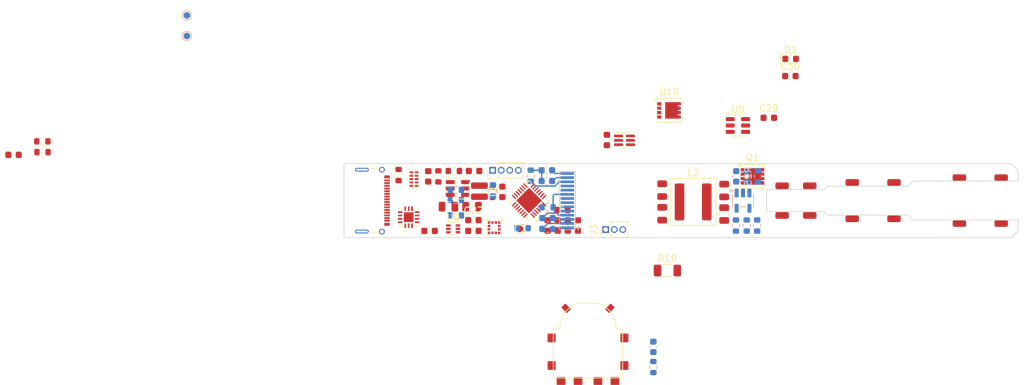
<source format=kicad_pcb>
(kicad_pcb
	(version 20241229)
	(generator "pcbnew")
	(generator_version "9.0")
	(general
		(thickness 1.6)
		(legacy_teardrops no)
	)
	(paper "A4")
	(layers
		(0 "F.Cu" signal)
		(4 "In1.Cu" signal)
		(6 "In2.Cu" signal)
		(2 "B.Cu" signal)
		(9 "F.Adhes" user "F.Adhesive")
		(11 "B.Adhes" user "B.Adhesive")
		(13 "F.Paste" user)
		(15 "B.Paste" user)
		(5 "F.SilkS" user "F.Silkscreen")
		(7 "B.SilkS" user "B.Silkscreen")
		(1 "F.Mask" user)
		(3 "B.Mask" user)
		(17 "Dwgs.User" user "User.Drawings")
		(19 "Cmts.User" user "User.Comments")
		(21 "Eco1.User" user "User.Eco1")
		(23 "Eco2.User" user "User.Eco2")
		(25 "Edge.Cuts" user)
		(27 "Margin" user)
		(31 "F.CrtYd" user "F.Courtyard")
		(29 "B.CrtYd" user "B.Courtyard")
		(35 "F.Fab" user)
		(33 "B.Fab" user)
		(39 "User.1" user)
		(41 "User.2" user)
		(43 "User.3" user)
		(45 "User.4" user)
	)
	(setup
		(stackup
			(layer "F.SilkS"
				(type "Top Silk Screen")
				(color "Black")
			)
			(layer "F.Paste"
				(type "Top Solder Paste")
			)
			(layer "F.Mask"
				(type "Top Solder Mask")
				(color "White")
				(thickness 0.01)
			)
			(layer "F.Cu"
				(type "copper")
				(thickness 0.035)
			)
			(layer "dielectric 1"
				(type "prepreg")
				(thickness 0.1)
				(material "FR4")
				(epsilon_r 4.5)
				(loss_tangent 0.02)
			)
			(layer "In1.Cu"
				(type "copper")
				(thickness 0.035)
			)
			(layer "dielectric 2"
				(type "core")
				(thickness 1.24)
				(material "FR4")
				(epsilon_r 4.5)
				(loss_tangent 0.02)
			)
			(layer "In2.Cu"
				(type "copper")
				(thickness 0.035)
			)
			(layer "dielectric 3"
				(type "prepreg")
				(thickness 0.1)
				(material "FR4")
				(epsilon_r 4.5)
				(loss_tangent 0.02)
			)
			(layer "B.Cu"
				(type "copper")
				(thickness 0.035)
			)
			(layer "B.Mask"
				(type "Bottom Solder Mask")
				(thickness 0.01)
			)
			(layer "B.Paste"
				(type "Bottom Solder Paste")
			)
			(layer "B.SilkS"
				(type "Bottom Silk Screen")
			)
			(copper_finish "None")
			(dielectric_constraints no)
		)
		(pad_to_mask_clearance 0)
		(allow_soldermask_bridges_in_footprints no)
		(tenting front back)
		(grid_origin 100.5 158.2)
		(pcbplotparams
			(layerselection 0x00000000_00000000_55555555_5755f5ff)
			(plot_on_all_layers_selection 0x00000000_00000000_00000000_00000000)
			(disableapertmacros no)
			(usegerberextensions no)
			(usegerberattributes yes)
			(usegerberadvancedattributes yes)
			(creategerberjobfile yes)
			(dashed_line_dash_ratio 12.000000)
			(dashed_line_gap_ratio 3.000000)
			(svgprecision 4)
			(plotframeref no)
			(mode 1)
			(useauxorigin no)
			(hpglpennumber 1)
			(hpglpenspeed 20)
			(hpglpendiameter 15.000000)
			(pdf_front_fp_property_popups yes)
			(pdf_back_fp_property_popups yes)
			(pdf_metadata yes)
			(pdf_single_document no)
			(dxfpolygonmode yes)
			(dxfimperialunits yes)
			(dxfusepcbnewfont yes)
			(psnegative no)
			(psa4output no)
			(plot_black_and_white yes)
			(sketchpadsonfab no)
			(plotpadnumbers no)
			(hidednponfab no)
			(sketchdnponfab yes)
			(crossoutdnponfab yes)
			(subtractmaskfromsilk no)
			(outputformat 1)
			(mirror no)
			(drillshape 1)
			(scaleselection 1)
			(outputdirectory "")
		)
	)
	(net 0 "")
	(net 1 "+3.3V")
	(net 2 "GND")
	(net 3 "VBUS")
	(net 4 "Net-(U4-SW)")
	(net 5 "Net-(U4-BST)")
	(net 6 "Net-(U4-FB)")
	(net 7 "/NRST")
	(net 8 "/ENC_B")
	(net 9 "unconnected-(U1-PB0-Pad14)")
	(net 10 "/TC_FB")
	(net 11 "/BOOTSEL")
	(net 12 "Net-(C27-Pad2)")
	(net 13 "/SCL")
	(net 14 "/DISP_NRST")
	(net 15 "/SDA")
	(net 16 "/ENC_A")
	(net 17 "/TIP_H")
	(net 18 "/SWDIO")
	(net 19 "/D-")
	(net 20 "/D+")
	(net 21 "/HEATER_ON")
	(net 22 "/CURR_FB")
	(net 23 "/VBUS_FB")
	(net 24 "/TIP_K")
	(net 25 "/CC2")
	(net 26 "/CC1")
	(net 27 "/LED_RING")
	(net 28 "/ACC_INT1")
	(net 29 "/SWCLK")
	(net 30 "/INT_N")
	(net 31 "/ACC_INT2")
	(net 32 "Net-(J4-Pin_13)")
	(net 33 "Net-(J4-Pin_2)")
	(net 34 "Net-(J4-Pin_1)")
	(net 35 "Net-(J4-Pin_4)")
	(net 36 "Net-(J4-Pin_3)")
	(net 37 "Net-(J4-Pin_14)")
	(net 38 "Net-(U7--)")
	(net 39 "Net-(J1-SHIELD)")
	(net 40 "unconnected-(J4-Pin_6-Pad6)")
	(net 41 "Net-(J4-Pin_12)")
	(net 42 "Net-(U7-+)")
	(net 43 "unconnected-(U5-~{CS}-Pad10)")
	(net 44 "/JDP")
	(net 45 "/JDN")
	(net 46 "unconnected-(U3-NC-Pad6)")
	(net 47 "unconnected-(U3-NC-Pad10)")
	(net 48 "unconnected-(U3-NC-Pad7)")
	(net 49 "unconnected-(U3-NC-Pad9)")
	(net 50 "Net-(J4-Pin_9)")
	(net 51 "Net-(U1-VDDA)")
	(net 52 "unconnected-(U9-ALERT-Pad3)")
	(net 53 "unconnected-(U1-PA4-Pad10)")
	(net 54 "unconnected-(U1-PB3-Pad24)")
	(net 55 "unconnected-(U1-PB1-Pad15)")
	(net 56 "unconnected-(U1-PA5-Pad11)")
	(net 57 "unconnected-(U1-PA15-Pad23)")
	(net 58 "unconnected-(U11-Pad0)")
	(net 59 "Net-(C23-Pad1)")
	(net 60 "Net-(U10-S)")
	(net 61 "Net-(Q1-D)")
	(net 62 "Net-(D1-K)")
	(net 63 "Net-(U8-VS)")
	(net 64 "Net-(Q1-G)")
	(net 65 "unconnected-(U10-G-Pad4)")
	(footprint "Connector_Wire:SolderWirePad_1x01_SMD_1x2mm" (layer "F.Cu") (at 169.6 150.5 90))
	(footprint "Capacitor_SMD:C_0603_1608Metric" (layer "F.Cu") (at 122.5 151.4 -90))
	(footprint "Package_SON:USON-10_2.5x1.0mm_P0.5mm" (layer "F.Cu") (at 110.885 149.5))
	(footprint "Connector_Wire:SolderWirePad_1x01_SMD_1x2mm" (layer "F.Cu") (at 182.1 155.4 90))
	(footprint "Package_SON:VSON-8_3.3x3.3mm_P0.65mm_NexFET" (layer "F.Cu") (at 161.1 149.1))
	(footprint "Capacitor_SMD:C_0805_2012Metric" (layer "F.Cu") (at 156.9 151.2 90))
	(footprint "Connector_Wire:SolderWirePad_1x01_SMD_1x2mm" (layer "F.Cu") (at 198 156.1 90))
	(footprint "Capacitor_SMD:C_0603_1608Metric" (layer "F.Cu") (at 135.2 156.4 -90))
	(footprint "Package_TO_SOT_SMD:SOT-363_SC-70-6" (layer "F.Cu") (at 142.1125 143.75))
	(footprint "Inductor_SMD:L_Changjiang_FTC252012S" (layer "F.Cu") (at 120.6 151.3 -90))
	(footprint "Package_SON:VSON-8_3.3x3.3mm_P0.65mm_NexFET" (layer "F.Cu") (at 148.715 139.3))
	(footprint "Resistor_SMD:R_0603_1608Metric" (layer "F.Cu") (at 55.775 145.5))
	(footprint "Connector_Wire:SolderWirePad_1x01_SMD_1x2mm" (layer "F.Cu") (at 175.9 150 90))
	(footprint "Diode_SMD:D_0603_1608Metric" (layer "F.Cu") (at 166.765 131.65))
	(footprint "Capacitor_SMD:C_0805_2012Metric" (layer "F.Cu") (at 156.9 154.7 -90))
	(footprint "Connector_Wire:SolderWirePad_1x01_SMD_1x2mm" (layer "F.Cu") (at 191.8 156.1 90))
	(footprint "Capacitor_SMD:C_0603_1608Metric" (layer "F.Cu") (at 163.525 140.4))
	(footprint "Capacitor_SMD:C_0603_1608Metric" (layer "F.Cu") (at 132.2 156.4 -90))
	(footprint "Capacitor_SMD:C_0603_1608Metric" (layer "F.Cu") (at 166.725 134.2))
	(footprint "Inductor_SMD:L_Coilcraft_XAL6060-XXX" (layer "F.Cu") (at 152.3 152.9))
	(footprint "Connector_Wire:SolderWirePad_1x01_SMD_1x2mm" (layer "F.Cu") (at 169.6 154.9 90))
	(footprint "Connector_USB:USB_C_Receptacle_G-Switch_GT-USB-7025" (layer "F.Cu") (at 103.439427 152.7 -90))
	(footprint "Connector_Wire:SolderWirePad_1x01_SMD_1x2mm" (layer "F.Cu") (at 165.5 150.5 90))
	(footprint "Resistor_SMD:R_0603_1608Metric" (layer "F.Cu") (at 114.5 149.1 90))
	(footprint "Connector_Wire:SolderWirePad_1x01_SMD_1x2mm" (layer "F.Cu") (at 165.5 154.9 90))
	(footprint "Capacitor_SMD:C_0603_1608Metric" (layer "F.Cu") (at 133.7 156.4 -90))
	(footprint "Capacitor_SMD:C_0805_2012Metric" (layer "F.Cu") (at 147.7 154.65 -90))
	(footprint "Package_TO_SOT_SMD:SOT-23-6" (layer "F.Cu") (at 158.945 141.545))
	(footprint "Capacitor_SMD:C_0603_1608Metric" (layer "F.Cu") (at 130.7 156.4 -90))
	(footprint "Connector_PinHeader_1.27mm:PinHeader_1x03_P1.27mm_Vertical" (layer "F.Cu") (at 139.33 157 90))
	(footprint "Capacitor_SMD:C_0805_2012Metric" (layer "F.Cu") (at 147.7 151.15 90))
	(footprint "Capacitor_SMD:C_0805_2012Metric" (layer "F.Cu") (at 119.5 153.6 180))
	(footprint "TestPoint:TestPoint_Pad_D1.0mm" (layer "F.Cu") (at 126.6 156.9))
	(footprint "Capacitor_SMD:C_0603_1608Metric" (layer "F.Cu") (at 113 149.1 90))
	(footprint "Package_TO_SOT_SMD:TSOT-23-6" (layer "F.Cu") (at 117.4 150.9))
	(footprint "Package_LGA:LGA-12_2x2mm_P0.5mm" (layer "F.Cu") (at 122.7775 156.7225 -90))
	(footprint "Package_DFN_QFN:WQFN-28-1EP_4x4mm_P0.4mm_EP2.7x2.7mm" (layer "F.Cu") (at 127.960831 152.7 135))
	(footprint "Custom:SIQ-02FVS3_Rotary_Encoder" (layer "F.Cu") (at 136.7 171.8))
	(footprint "Connector_Wire:SolderWirePad_1x01_SMD_1x2mm" (layer "F.Cu") (at 198 149.3 90))
	(footprint "Connector_PinHeader_1.27mm:PinHeader_1x04_P1.27mm_Vertical" (layer "F.Cu") (at 122.56 148.2 90))
	(footprint "Connector_Wire:SolderWirePad_1x01_SMD_1x2mm" (layer "F.Cu") (at 175.9 155.4 90))
	(footprint "Capacitor_SMD:C_0603_1608Metric" (layer "F.Cu") (at 119.7 157.2 180))
	(footprint "Resistor_SMD:R_0603_1608Metric" (layer "F.Cu") (at 55.75 143.9))
	(footprint "Capacitor_SMD:C_0603_1608Metric" (layer "F.Cu") (at 124 151.4 -90))
	(footprint "Package_TO_SOT_SMD:SOT-563" (layer "F.Cu") (at 116.7 156.9))
	(footprint "Resistor_SMD:R_0603_1608Metric" (layer "F.Cu") (at 116.8 148.3))
	(footprint "Capacitor_SMD:C_0603_1608Metric"
		(layer "F.Cu")
		(uuid "ada34fbc-9a4a-4518-97bf-715d7b21c03a")
		(at 113.2 157.2)
		(descr "Capacitor SMD 0603 (1608 Metric), square (rectangular) end terminal, IPC-7351 nominal, (Body size source: IPC-SM-782 page 76, https://www.pcb-3d.com/wordpress/wp-content/uploads/ipc-sm-782a_amendment_1_and_2.pdf), generated with kicad-footprint-generator")
		(tags "capacitor")
		(property "Reference" "C3"
			(at 0 -1.43 0)
			(layer "F.SilkS")
			(hide yes)
			(uuid "b90ba2a2-512e-42c9-a187-cfd405ffe59f")
			(effects
				(font
					(size 1 1)
					(thickness 0.15)
				)
			)
		)
		(property "Value" "1u"
			(at 0 1.43 0)
			(layer "F.Fab")
			(uuid "f0cc9c20-8bae-4bee-
... [151894 chars truncated]
</source>
